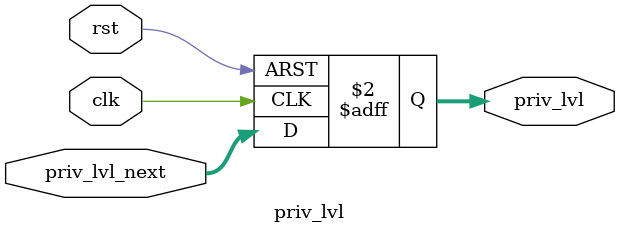
<source format=v>
module priv_lvl (
    input wire clk,
    input wire rst,
    input wire [1:0] priv_lvl_next,
    output reg [1:0] priv_lvl
);

    always @(posedge clk or posedge rst) begin
        if (rst) begin
            priv_lvl <= 2'b11; // M-mode
        end else priv_lvl <= priv_lvl_next; // for traps
    end
    
endmodule
</source>
